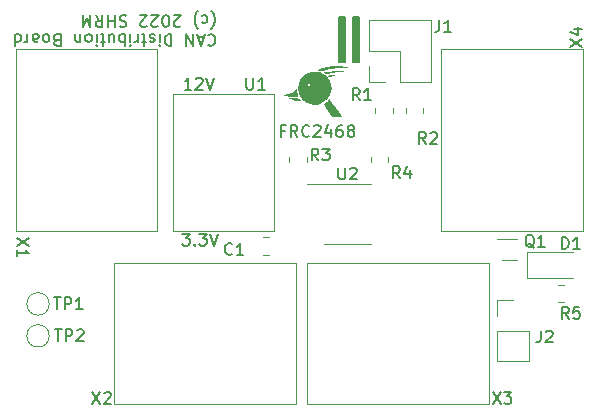
<source format=gbr>
%TF.GenerationSoftware,KiCad,Pcbnew,(6.0.8-1)-1*%
%TF.CreationDate,2022-12-26T00:28:58-06:00*%
%TF.ProjectId,CAN Distribution With Debug,43414e20-4469-4737-9472-69627574696f,rev?*%
%TF.SameCoordinates,Original*%
%TF.FileFunction,Legend,Top*%
%TF.FilePolarity,Positive*%
%FSLAX46Y46*%
G04 Gerber Fmt 4.6, Leading zero omitted, Abs format (unit mm)*
G04 Created by KiCad (PCBNEW (6.0.8-1)-1) date 2022-12-26 00:28:58*
%MOMM*%
%LPD*%
G01*
G04 APERTURE LIST*
%ADD10C,0.150000*%
%ADD11C,0.120000*%
G04 APERTURE END LIST*
D10*
X124100000Y-85900000D02*
X123600000Y-85900000D01*
X123600000Y-85900000D02*
X123600000Y-89700000D01*
X123600000Y-89700000D02*
X124100000Y-89700000D01*
X124100000Y-89700000D02*
X124100000Y-85900000D01*
G36*
X124100000Y-85900000D02*
G01*
X123600000Y-85900000D01*
X123600000Y-89700000D01*
X124100000Y-89700000D01*
X124100000Y-85900000D01*
G37*
X122900000Y-85900000D02*
X122400000Y-85900000D01*
X122400000Y-85900000D02*
X122400000Y-89700000D01*
X122400000Y-89700000D02*
X122900000Y-89700000D01*
X122900000Y-89700000D02*
X122900000Y-85900000D01*
G36*
X122900000Y-85900000D02*
G01*
X122400000Y-85900000D01*
X122400000Y-89700000D01*
X122900000Y-89700000D01*
X122900000Y-85900000D01*
G37*
X111292976Y-87447857D02*
X111340595Y-87400238D01*
X111483452Y-87352619D01*
X111578690Y-87352619D01*
X111721547Y-87400238D01*
X111816785Y-87495476D01*
X111864404Y-87590714D01*
X111912023Y-87781190D01*
X111912023Y-87924047D01*
X111864404Y-88114523D01*
X111816785Y-88209761D01*
X111721547Y-88305000D01*
X111578690Y-88352619D01*
X111483452Y-88352619D01*
X111340595Y-88305000D01*
X111292976Y-88257380D01*
X110912023Y-87638333D02*
X110435833Y-87638333D01*
X111007261Y-87352619D02*
X110673928Y-88352619D01*
X110340595Y-87352619D01*
X110007261Y-87352619D02*
X110007261Y-88352619D01*
X109435833Y-87352619D01*
X109435833Y-88352619D01*
X108197738Y-87352619D02*
X108197738Y-88352619D01*
X107959642Y-88352619D01*
X107816785Y-88305000D01*
X107721547Y-88209761D01*
X107673928Y-88114523D01*
X107626309Y-87924047D01*
X107626309Y-87781190D01*
X107673928Y-87590714D01*
X107721547Y-87495476D01*
X107816785Y-87400238D01*
X107959642Y-87352619D01*
X108197738Y-87352619D01*
X107197738Y-87352619D02*
X107197738Y-88019285D01*
X107197738Y-88352619D02*
X107245357Y-88305000D01*
X107197738Y-88257380D01*
X107150119Y-88305000D01*
X107197738Y-88352619D01*
X107197738Y-88257380D01*
X106769166Y-87400238D02*
X106673928Y-87352619D01*
X106483452Y-87352619D01*
X106388214Y-87400238D01*
X106340595Y-87495476D01*
X106340595Y-87543095D01*
X106388214Y-87638333D01*
X106483452Y-87685952D01*
X106626309Y-87685952D01*
X106721547Y-87733571D01*
X106769166Y-87828809D01*
X106769166Y-87876428D01*
X106721547Y-87971666D01*
X106626309Y-88019285D01*
X106483452Y-88019285D01*
X106388214Y-87971666D01*
X106054880Y-88019285D02*
X105673928Y-88019285D01*
X105912023Y-88352619D02*
X105912023Y-87495476D01*
X105864404Y-87400238D01*
X105769166Y-87352619D01*
X105673928Y-87352619D01*
X105340595Y-87352619D02*
X105340595Y-88019285D01*
X105340595Y-87828809D02*
X105292976Y-87924047D01*
X105245357Y-87971666D01*
X105150119Y-88019285D01*
X105054880Y-88019285D01*
X104721547Y-87352619D02*
X104721547Y-88019285D01*
X104721547Y-88352619D02*
X104769166Y-88305000D01*
X104721547Y-88257380D01*
X104673928Y-88305000D01*
X104721547Y-88352619D01*
X104721547Y-88257380D01*
X104245357Y-87352619D02*
X104245357Y-88352619D01*
X104245357Y-87971666D02*
X104150119Y-88019285D01*
X103959642Y-88019285D01*
X103864404Y-87971666D01*
X103816785Y-87924047D01*
X103769166Y-87828809D01*
X103769166Y-87543095D01*
X103816785Y-87447857D01*
X103864404Y-87400238D01*
X103959642Y-87352619D01*
X104150119Y-87352619D01*
X104245357Y-87400238D01*
X102912023Y-88019285D02*
X102912023Y-87352619D01*
X103340595Y-88019285D02*
X103340595Y-87495476D01*
X103292976Y-87400238D01*
X103197738Y-87352619D01*
X103054880Y-87352619D01*
X102959642Y-87400238D01*
X102912023Y-87447857D01*
X102578690Y-88019285D02*
X102197738Y-88019285D01*
X102435833Y-88352619D02*
X102435833Y-87495476D01*
X102388214Y-87400238D01*
X102292976Y-87352619D01*
X102197738Y-87352619D01*
X101864404Y-87352619D02*
X101864404Y-88019285D01*
X101864404Y-88352619D02*
X101912023Y-88305000D01*
X101864404Y-88257380D01*
X101816785Y-88305000D01*
X101864404Y-88352619D01*
X101864404Y-88257380D01*
X101245357Y-87352619D02*
X101340595Y-87400238D01*
X101388214Y-87447857D01*
X101435833Y-87543095D01*
X101435833Y-87828809D01*
X101388214Y-87924047D01*
X101340595Y-87971666D01*
X101245357Y-88019285D01*
X101102500Y-88019285D01*
X101007261Y-87971666D01*
X100959642Y-87924047D01*
X100912023Y-87828809D01*
X100912023Y-87543095D01*
X100959642Y-87447857D01*
X101007261Y-87400238D01*
X101102500Y-87352619D01*
X101245357Y-87352619D01*
X100483452Y-88019285D02*
X100483452Y-87352619D01*
X100483452Y-87924047D02*
X100435833Y-87971666D01*
X100340595Y-88019285D01*
X100197738Y-88019285D01*
X100102500Y-87971666D01*
X100054880Y-87876428D01*
X100054880Y-87352619D01*
X98483452Y-87876428D02*
X98340595Y-87828809D01*
X98292976Y-87781190D01*
X98245357Y-87685952D01*
X98245357Y-87543095D01*
X98292976Y-87447857D01*
X98340595Y-87400238D01*
X98435833Y-87352619D01*
X98816785Y-87352619D01*
X98816785Y-88352619D01*
X98483452Y-88352619D01*
X98388214Y-88305000D01*
X98340595Y-88257380D01*
X98292976Y-88162142D01*
X98292976Y-88066904D01*
X98340595Y-87971666D01*
X98388214Y-87924047D01*
X98483452Y-87876428D01*
X98816785Y-87876428D01*
X97673928Y-87352619D02*
X97769166Y-87400238D01*
X97816785Y-87447857D01*
X97864404Y-87543095D01*
X97864404Y-87828809D01*
X97816785Y-87924047D01*
X97769166Y-87971666D01*
X97673928Y-88019285D01*
X97531071Y-88019285D01*
X97435833Y-87971666D01*
X97388214Y-87924047D01*
X97340595Y-87828809D01*
X97340595Y-87543095D01*
X97388214Y-87447857D01*
X97435833Y-87400238D01*
X97531071Y-87352619D01*
X97673928Y-87352619D01*
X96483452Y-87352619D02*
X96483452Y-87876428D01*
X96531071Y-87971666D01*
X96626309Y-88019285D01*
X96816785Y-88019285D01*
X96912023Y-87971666D01*
X96483452Y-87400238D02*
X96578690Y-87352619D01*
X96816785Y-87352619D01*
X96912023Y-87400238D01*
X96959642Y-87495476D01*
X96959642Y-87590714D01*
X96912023Y-87685952D01*
X96816785Y-87733571D01*
X96578690Y-87733571D01*
X96483452Y-87781190D01*
X96007261Y-87352619D02*
X96007261Y-88019285D01*
X96007261Y-87828809D02*
X95959642Y-87924047D01*
X95912023Y-87971666D01*
X95816785Y-88019285D01*
X95721547Y-88019285D01*
X94959642Y-87352619D02*
X94959642Y-88352619D01*
X94959642Y-87400238D02*
X95054880Y-87352619D01*
X95245357Y-87352619D01*
X95340595Y-87400238D01*
X95388214Y-87447857D01*
X95435833Y-87543095D01*
X95435833Y-87828809D01*
X95388214Y-87924047D01*
X95340595Y-87971666D01*
X95245357Y-88019285D01*
X95054880Y-88019285D01*
X94959642Y-87971666D01*
X111578690Y-85361666D02*
X111626309Y-85409285D01*
X111721547Y-85552142D01*
X111769166Y-85647380D01*
X111816785Y-85790238D01*
X111864404Y-86028333D01*
X111864404Y-86218809D01*
X111816785Y-86456904D01*
X111769166Y-86599761D01*
X111721547Y-86695000D01*
X111626309Y-86837857D01*
X111578690Y-86885476D01*
X110769166Y-85790238D02*
X110864404Y-85742619D01*
X111054880Y-85742619D01*
X111150119Y-85790238D01*
X111197738Y-85837857D01*
X111245357Y-85933095D01*
X111245357Y-86218809D01*
X111197738Y-86314047D01*
X111150119Y-86361666D01*
X111054880Y-86409285D01*
X110864404Y-86409285D01*
X110769166Y-86361666D01*
X110435833Y-85361666D02*
X110388214Y-85409285D01*
X110292976Y-85552142D01*
X110245357Y-85647380D01*
X110197738Y-85790238D01*
X110150119Y-86028333D01*
X110150119Y-86218809D01*
X110197738Y-86456904D01*
X110245357Y-86599761D01*
X110292976Y-86695000D01*
X110388214Y-86837857D01*
X110435833Y-86885476D01*
X108959642Y-86647380D02*
X108912023Y-86695000D01*
X108816785Y-86742619D01*
X108578690Y-86742619D01*
X108483452Y-86695000D01*
X108435833Y-86647380D01*
X108388214Y-86552142D01*
X108388214Y-86456904D01*
X108435833Y-86314047D01*
X109007261Y-85742619D01*
X108388214Y-85742619D01*
X107769166Y-86742619D02*
X107673928Y-86742619D01*
X107578690Y-86695000D01*
X107531071Y-86647380D01*
X107483452Y-86552142D01*
X107435833Y-86361666D01*
X107435833Y-86123571D01*
X107483452Y-85933095D01*
X107531071Y-85837857D01*
X107578690Y-85790238D01*
X107673928Y-85742619D01*
X107769166Y-85742619D01*
X107864404Y-85790238D01*
X107912023Y-85837857D01*
X107959642Y-85933095D01*
X108007261Y-86123571D01*
X108007261Y-86361666D01*
X107959642Y-86552142D01*
X107912023Y-86647380D01*
X107864404Y-86695000D01*
X107769166Y-86742619D01*
X107054880Y-86647380D02*
X107007261Y-86695000D01*
X106912023Y-86742619D01*
X106673928Y-86742619D01*
X106578690Y-86695000D01*
X106531071Y-86647380D01*
X106483452Y-86552142D01*
X106483452Y-86456904D01*
X106531071Y-86314047D01*
X107102500Y-85742619D01*
X106483452Y-85742619D01*
X106102500Y-86647380D02*
X106054880Y-86695000D01*
X105959642Y-86742619D01*
X105721547Y-86742619D01*
X105626309Y-86695000D01*
X105578690Y-86647380D01*
X105531071Y-86552142D01*
X105531071Y-86456904D01*
X105578690Y-86314047D01*
X106150119Y-85742619D01*
X105531071Y-85742619D01*
X104388214Y-85790238D02*
X104245357Y-85742619D01*
X104007261Y-85742619D01*
X103912023Y-85790238D01*
X103864404Y-85837857D01*
X103816785Y-85933095D01*
X103816785Y-86028333D01*
X103864404Y-86123571D01*
X103912023Y-86171190D01*
X104007261Y-86218809D01*
X104197738Y-86266428D01*
X104292976Y-86314047D01*
X104340595Y-86361666D01*
X104388214Y-86456904D01*
X104388214Y-86552142D01*
X104340595Y-86647380D01*
X104292976Y-86695000D01*
X104197738Y-86742619D01*
X103959642Y-86742619D01*
X103816785Y-86695000D01*
X103388214Y-85742619D02*
X103388214Y-86742619D01*
X103388214Y-86266428D02*
X102816785Y-86266428D01*
X102816785Y-85742619D02*
X102816785Y-86742619D01*
X101769166Y-85742619D02*
X102102500Y-86218809D01*
X102340595Y-85742619D02*
X102340595Y-86742619D01*
X101959642Y-86742619D01*
X101864404Y-86695000D01*
X101816785Y-86647380D01*
X101769166Y-86552142D01*
X101769166Y-86409285D01*
X101816785Y-86314047D01*
X101864404Y-86266428D01*
X101959642Y-86218809D01*
X102340595Y-86218809D01*
X101340595Y-85742619D02*
X101340595Y-86742619D01*
X101007261Y-86028333D01*
X100673928Y-86742619D01*
X100673928Y-85742619D01*
X117768928Y-95528571D02*
X117435595Y-95528571D01*
X117435595Y-96052380D02*
X117435595Y-95052380D01*
X117911785Y-95052380D01*
X118864166Y-96052380D02*
X118530833Y-95576190D01*
X118292738Y-96052380D02*
X118292738Y-95052380D01*
X118673690Y-95052380D01*
X118768928Y-95100000D01*
X118816547Y-95147619D01*
X118864166Y-95242857D01*
X118864166Y-95385714D01*
X118816547Y-95480952D01*
X118768928Y-95528571D01*
X118673690Y-95576190D01*
X118292738Y-95576190D01*
X119864166Y-95957142D02*
X119816547Y-96004761D01*
X119673690Y-96052380D01*
X119578452Y-96052380D01*
X119435595Y-96004761D01*
X119340357Y-95909523D01*
X119292738Y-95814285D01*
X119245119Y-95623809D01*
X119245119Y-95480952D01*
X119292738Y-95290476D01*
X119340357Y-95195238D01*
X119435595Y-95100000D01*
X119578452Y-95052380D01*
X119673690Y-95052380D01*
X119816547Y-95100000D01*
X119864166Y-95147619D01*
X120245119Y-95147619D02*
X120292738Y-95100000D01*
X120387976Y-95052380D01*
X120626071Y-95052380D01*
X120721309Y-95100000D01*
X120768928Y-95147619D01*
X120816547Y-95242857D01*
X120816547Y-95338095D01*
X120768928Y-95480952D01*
X120197500Y-96052380D01*
X120816547Y-96052380D01*
X121673690Y-95385714D02*
X121673690Y-96052380D01*
X121435595Y-95004761D02*
X121197500Y-95719047D01*
X121816547Y-95719047D01*
X122626071Y-95052380D02*
X122435595Y-95052380D01*
X122340357Y-95100000D01*
X122292738Y-95147619D01*
X122197500Y-95290476D01*
X122149880Y-95480952D01*
X122149880Y-95861904D01*
X122197500Y-95957142D01*
X122245119Y-96004761D01*
X122340357Y-96052380D01*
X122530833Y-96052380D01*
X122626071Y-96004761D01*
X122673690Y-95957142D01*
X122721309Y-95861904D01*
X122721309Y-95623809D01*
X122673690Y-95528571D01*
X122626071Y-95480952D01*
X122530833Y-95433333D01*
X122340357Y-95433333D01*
X122245119Y-95480952D01*
X122197500Y-95528571D01*
X122149880Y-95623809D01*
X123292738Y-95480952D02*
X123197500Y-95433333D01*
X123149880Y-95385714D01*
X123102261Y-95290476D01*
X123102261Y-95242857D01*
X123149880Y-95147619D01*
X123197500Y-95100000D01*
X123292738Y-95052380D01*
X123483214Y-95052380D01*
X123578452Y-95100000D01*
X123626071Y-95147619D01*
X123673690Y-95242857D01*
X123673690Y-95290476D01*
X123626071Y-95385714D01*
X123578452Y-95433333D01*
X123483214Y-95480952D01*
X123292738Y-95480952D01*
X123197500Y-95528571D01*
X123149880Y-95576190D01*
X123102261Y-95671428D01*
X123102261Y-95861904D01*
X123149880Y-95957142D01*
X123197500Y-96004761D01*
X123292738Y-96052380D01*
X123483214Y-96052380D01*
X123578452Y-96004761D01*
X123626071Y-95957142D01*
X123673690Y-95861904D01*
X123673690Y-95671428D01*
X123626071Y-95576190D01*
X123578452Y-95528571D01*
X123483214Y-95480952D01*
%TO.C,C1*%
X113333333Y-105957142D02*
X113285714Y-106004761D01*
X113142857Y-106052380D01*
X113047619Y-106052380D01*
X112904761Y-106004761D01*
X112809523Y-105909523D01*
X112761904Y-105814285D01*
X112714285Y-105623809D01*
X112714285Y-105480952D01*
X112761904Y-105290476D01*
X112809523Y-105195238D01*
X112904761Y-105100000D01*
X113047619Y-105052380D01*
X113142857Y-105052380D01*
X113285714Y-105100000D01*
X113333333Y-105147619D01*
X114285714Y-106052380D02*
X113714285Y-106052380D01*
X114000000Y-106052380D02*
X114000000Y-105052380D01*
X113904761Y-105195238D01*
X113809523Y-105290476D01*
X113714285Y-105338095D01*
%TO.C,R5*%
X141833333Y-111452380D02*
X141500000Y-110976190D01*
X141261904Y-111452380D02*
X141261904Y-110452380D01*
X141642857Y-110452380D01*
X141738095Y-110500000D01*
X141785714Y-110547619D01*
X141833333Y-110642857D01*
X141833333Y-110785714D01*
X141785714Y-110880952D01*
X141738095Y-110928571D01*
X141642857Y-110976190D01*
X141261904Y-110976190D01*
X142738095Y-110452380D02*
X142261904Y-110452380D01*
X142214285Y-110928571D01*
X142261904Y-110880952D01*
X142357142Y-110833333D01*
X142595238Y-110833333D01*
X142690476Y-110880952D01*
X142738095Y-110928571D01*
X142785714Y-111023809D01*
X142785714Y-111261904D01*
X142738095Y-111357142D01*
X142690476Y-111404761D01*
X142595238Y-111452380D01*
X142357142Y-111452380D01*
X142261904Y-111404761D01*
X142214285Y-111357142D01*
%TO.C,R1*%
X124133333Y-92952380D02*
X123800000Y-92476190D01*
X123561904Y-92952380D02*
X123561904Y-91952380D01*
X123942857Y-91952380D01*
X124038095Y-92000000D01*
X124085714Y-92047619D01*
X124133333Y-92142857D01*
X124133333Y-92285714D01*
X124085714Y-92380952D01*
X124038095Y-92428571D01*
X123942857Y-92476190D01*
X123561904Y-92476190D01*
X125085714Y-92952380D02*
X124514285Y-92952380D01*
X124800000Y-92952380D02*
X124800000Y-91952380D01*
X124704761Y-92095238D01*
X124609523Y-92190476D01*
X124514285Y-92238095D01*
%TO.C,X3*%
X135390476Y-117652380D02*
X136057142Y-118652380D01*
X136057142Y-117652380D02*
X135390476Y-118652380D01*
X136342857Y-117652380D02*
X136961904Y-117652380D01*
X136628571Y-118033333D01*
X136771428Y-118033333D01*
X136866666Y-118080952D01*
X136914285Y-118128571D01*
X136961904Y-118223809D01*
X136961904Y-118461904D01*
X136914285Y-118557142D01*
X136866666Y-118604761D01*
X136771428Y-118652380D01*
X136485714Y-118652380D01*
X136390476Y-118604761D01*
X136342857Y-118557142D01*
%TO.C,X2*%
X101490476Y-117652380D02*
X102157142Y-118652380D01*
X102157142Y-117652380D02*
X101490476Y-118652380D01*
X102490476Y-117747619D02*
X102538095Y-117700000D01*
X102633333Y-117652380D01*
X102871428Y-117652380D01*
X102966666Y-117700000D01*
X103014285Y-117747619D01*
X103061904Y-117842857D01*
X103061904Y-117938095D01*
X103014285Y-118080952D01*
X102442857Y-118652380D01*
X103061904Y-118652380D01*
%TO.C,X1*%
X96147619Y-104590476D02*
X95147619Y-105257142D01*
X96147619Y-105257142D02*
X95147619Y-104590476D01*
X95147619Y-106161904D02*
X95147619Y-105590476D01*
X95147619Y-105876190D02*
X96147619Y-105876190D01*
X96004761Y-105780952D01*
X95909523Y-105685714D01*
X95861904Y-105590476D01*
%TO.C,U1*%
X114538095Y-91052380D02*
X114538095Y-91861904D01*
X114585714Y-91957142D01*
X114633333Y-92004761D01*
X114728571Y-92052380D01*
X114919047Y-92052380D01*
X115014285Y-92004761D01*
X115061904Y-91957142D01*
X115109523Y-91861904D01*
X115109523Y-91052380D01*
X116109523Y-92052380D02*
X115538095Y-92052380D01*
X115823809Y-92052380D02*
X115823809Y-91052380D01*
X115728571Y-91195238D01*
X115633333Y-91290476D01*
X115538095Y-91338095D01*
X109880952Y-92048380D02*
X109309523Y-92048380D01*
X109595238Y-92048380D02*
X109595238Y-91048380D01*
X109500000Y-91191238D01*
X109404761Y-91286476D01*
X109309523Y-91334095D01*
X110261904Y-91143619D02*
X110309523Y-91096000D01*
X110404761Y-91048380D01*
X110642857Y-91048380D01*
X110738095Y-91096000D01*
X110785714Y-91143619D01*
X110833333Y-91238857D01*
X110833333Y-91334095D01*
X110785714Y-91476952D01*
X110214285Y-92048380D01*
X110833333Y-92048380D01*
X111119047Y-91048380D02*
X111452380Y-92048380D01*
X111785714Y-91048380D01*
X109123809Y-104256380D02*
X109742857Y-104256380D01*
X109409523Y-104637333D01*
X109552380Y-104637333D01*
X109647619Y-104684952D01*
X109695238Y-104732571D01*
X109742857Y-104827809D01*
X109742857Y-105065904D01*
X109695238Y-105161142D01*
X109647619Y-105208761D01*
X109552380Y-105256380D01*
X109266666Y-105256380D01*
X109171428Y-105208761D01*
X109123809Y-105161142D01*
X110171428Y-105161142D02*
X110219047Y-105208761D01*
X110171428Y-105256380D01*
X110123809Y-105208761D01*
X110171428Y-105161142D01*
X110171428Y-105256380D01*
X110552380Y-104256380D02*
X111171428Y-104256380D01*
X110838095Y-104637333D01*
X110980952Y-104637333D01*
X111076190Y-104684952D01*
X111123809Y-104732571D01*
X111171428Y-104827809D01*
X111171428Y-105065904D01*
X111123809Y-105161142D01*
X111076190Y-105208761D01*
X110980952Y-105256380D01*
X110695238Y-105256380D01*
X110600000Y-105208761D01*
X110552380Y-105161142D01*
X111457142Y-104256380D02*
X111790476Y-105256380D01*
X112123809Y-104256380D01*
%TO.C,X4*%
X141952380Y-88409523D02*
X142952380Y-87742857D01*
X141952380Y-87742857D02*
X142952380Y-88409523D01*
X142285714Y-86933333D02*
X142952380Y-86933333D01*
X141904761Y-87171428D02*
X142619047Y-87409523D01*
X142619047Y-86790476D01*
%TO.C,R3*%
X120633333Y-98052380D02*
X120300000Y-97576190D01*
X120061904Y-98052380D02*
X120061904Y-97052380D01*
X120442857Y-97052380D01*
X120538095Y-97100000D01*
X120585714Y-97147619D01*
X120633333Y-97242857D01*
X120633333Y-97385714D01*
X120585714Y-97480952D01*
X120538095Y-97528571D01*
X120442857Y-97576190D01*
X120061904Y-97576190D01*
X120966666Y-97052380D02*
X121585714Y-97052380D01*
X121252380Y-97433333D01*
X121395238Y-97433333D01*
X121490476Y-97480952D01*
X121538095Y-97528571D01*
X121585714Y-97623809D01*
X121585714Y-97861904D01*
X121538095Y-97957142D01*
X121490476Y-98004761D01*
X121395238Y-98052380D01*
X121109523Y-98052380D01*
X121014285Y-98004761D01*
X120966666Y-97957142D01*
%TO.C,Q1*%
X138904761Y-105447619D02*
X138809523Y-105400000D01*
X138714285Y-105304761D01*
X138571428Y-105161904D01*
X138476190Y-105114285D01*
X138380952Y-105114285D01*
X138428571Y-105352380D02*
X138333333Y-105304761D01*
X138238095Y-105209523D01*
X138190476Y-105019047D01*
X138190476Y-104685714D01*
X138238095Y-104495238D01*
X138333333Y-104400000D01*
X138428571Y-104352380D01*
X138619047Y-104352380D01*
X138714285Y-104400000D01*
X138809523Y-104495238D01*
X138857142Y-104685714D01*
X138857142Y-105019047D01*
X138809523Y-105209523D01*
X138714285Y-105304761D01*
X138619047Y-105352380D01*
X138428571Y-105352380D01*
X139809523Y-105352380D02*
X139238095Y-105352380D01*
X139523809Y-105352380D02*
X139523809Y-104352380D01*
X139428571Y-104495238D01*
X139333333Y-104590476D01*
X139238095Y-104638095D01*
%TO.C,R4*%
X127533333Y-99552380D02*
X127200000Y-99076190D01*
X126961904Y-99552380D02*
X126961904Y-98552380D01*
X127342857Y-98552380D01*
X127438095Y-98600000D01*
X127485714Y-98647619D01*
X127533333Y-98742857D01*
X127533333Y-98885714D01*
X127485714Y-98980952D01*
X127438095Y-99028571D01*
X127342857Y-99076190D01*
X126961904Y-99076190D01*
X128390476Y-98885714D02*
X128390476Y-99552380D01*
X128152380Y-98504761D02*
X127914285Y-99219047D01*
X128533333Y-99219047D01*
%TO.C,TP1*%
X98238095Y-109652380D02*
X98809523Y-109652380D01*
X98523809Y-110652380D02*
X98523809Y-109652380D01*
X99142857Y-110652380D02*
X99142857Y-109652380D01*
X99523809Y-109652380D01*
X99619047Y-109700000D01*
X99666666Y-109747619D01*
X99714285Y-109842857D01*
X99714285Y-109985714D01*
X99666666Y-110080952D01*
X99619047Y-110128571D01*
X99523809Y-110176190D01*
X99142857Y-110176190D01*
X100666666Y-110652380D02*
X100095238Y-110652380D01*
X100380952Y-110652380D02*
X100380952Y-109652380D01*
X100285714Y-109795238D01*
X100190476Y-109890476D01*
X100095238Y-109938095D01*
%TO.C,U2*%
X122338095Y-98652380D02*
X122338095Y-99461904D01*
X122385714Y-99557142D01*
X122433333Y-99604761D01*
X122528571Y-99652380D01*
X122719047Y-99652380D01*
X122814285Y-99604761D01*
X122861904Y-99557142D01*
X122909523Y-99461904D01*
X122909523Y-98652380D01*
X123338095Y-98747619D02*
X123385714Y-98700000D01*
X123480952Y-98652380D01*
X123719047Y-98652380D01*
X123814285Y-98700000D01*
X123861904Y-98747619D01*
X123909523Y-98842857D01*
X123909523Y-98938095D01*
X123861904Y-99080952D01*
X123290476Y-99652380D01*
X123909523Y-99652380D01*
%TO.C,J1*%
X130866666Y-86152380D02*
X130866666Y-86866666D01*
X130819047Y-87009523D01*
X130723809Y-87104761D01*
X130580952Y-87152380D01*
X130485714Y-87152380D01*
X131866666Y-87152380D02*
X131295238Y-87152380D01*
X131580952Y-87152380D02*
X131580952Y-86152380D01*
X131485714Y-86295238D01*
X131390476Y-86390476D01*
X131295238Y-86438095D01*
%TO.C,R2*%
X129733333Y-96652380D02*
X129400000Y-96176190D01*
X129161904Y-96652380D02*
X129161904Y-95652380D01*
X129542857Y-95652380D01*
X129638095Y-95700000D01*
X129685714Y-95747619D01*
X129733333Y-95842857D01*
X129733333Y-95985714D01*
X129685714Y-96080952D01*
X129638095Y-96128571D01*
X129542857Y-96176190D01*
X129161904Y-96176190D01*
X130114285Y-95747619D02*
X130161904Y-95700000D01*
X130257142Y-95652380D01*
X130495238Y-95652380D01*
X130590476Y-95700000D01*
X130638095Y-95747619D01*
X130685714Y-95842857D01*
X130685714Y-95938095D01*
X130638095Y-96080952D01*
X130066666Y-96652380D01*
X130685714Y-96652380D01*
%TO.C,TP2*%
X98338095Y-112352380D02*
X98909523Y-112352380D01*
X98623809Y-113352380D02*
X98623809Y-112352380D01*
X99242857Y-113352380D02*
X99242857Y-112352380D01*
X99623809Y-112352380D01*
X99719047Y-112400000D01*
X99766666Y-112447619D01*
X99814285Y-112542857D01*
X99814285Y-112685714D01*
X99766666Y-112780952D01*
X99719047Y-112828571D01*
X99623809Y-112876190D01*
X99242857Y-112876190D01*
X100195238Y-112447619D02*
X100242857Y-112400000D01*
X100338095Y-112352380D01*
X100576190Y-112352380D01*
X100671428Y-112400000D01*
X100719047Y-112447619D01*
X100766666Y-112542857D01*
X100766666Y-112638095D01*
X100719047Y-112780952D01*
X100147619Y-113352380D01*
X100766666Y-113352380D01*
%TO.C,J2*%
X139466666Y-112452380D02*
X139466666Y-113166666D01*
X139419047Y-113309523D01*
X139323809Y-113404761D01*
X139180952Y-113452380D01*
X139085714Y-113452380D01*
X139895238Y-112547619D02*
X139942857Y-112500000D01*
X140038095Y-112452380D01*
X140276190Y-112452380D01*
X140371428Y-112500000D01*
X140419047Y-112547619D01*
X140466666Y-112642857D01*
X140466666Y-112738095D01*
X140419047Y-112880952D01*
X139847619Y-113452380D01*
X140466666Y-113452380D01*
%TO.C,D1*%
X141261904Y-105552380D02*
X141261904Y-104552380D01*
X141500000Y-104552380D01*
X141642857Y-104600000D01*
X141738095Y-104695238D01*
X141785714Y-104790476D01*
X141833333Y-104980952D01*
X141833333Y-105123809D01*
X141785714Y-105314285D01*
X141738095Y-105409523D01*
X141642857Y-105504761D01*
X141500000Y-105552380D01*
X141261904Y-105552380D01*
X142785714Y-105552380D02*
X142214285Y-105552380D01*
X142500000Y-105552380D02*
X142500000Y-104552380D01*
X142404761Y-104695238D01*
X142309523Y-104790476D01*
X142214285Y-104838095D01*
D11*
%TO.C,C1*%
X116461252Y-106035000D02*
X115938748Y-106035000D01*
X116461252Y-104565000D02*
X115938748Y-104565000D01*
%TO.C,R5*%
X140960436Y-108565000D02*
X141414564Y-108565000D01*
X140960436Y-110035000D02*
X141414564Y-110035000D01*
%TO.C,R1*%
X126935000Y-94027064D02*
X126935000Y-93572936D01*
X125465000Y-94027064D02*
X125465000Y-93572936D01*
%TO.C,X3*%
X119700000Y-118705000D02*
X135100000Y-118705000D01*
X135100000Y-118705000D02*
X135100000Y-106705000D01*
X135100000Y-106705000D02*
X119700000Y-106705000D01*
X119700000Y-106705000D02*
X119700000Y-118705000D01*
%TO.C,X2*%
X103350000Y-118705000D02*
X118750000Y-118705000D01*
X118750000Y-118705000D02*
X118750000Y-106705000D01*
X118750000Y-106705000D02*
X103350000Y-106705000D01*
X103350000Y-106705000D02*
X103350000Y-118705000D01*
%TO.C,X1*%
X95000000Y-88650000D02*
X107000000Y-88650000D01*
X107000000Y-88650000D02*
X107000000Y-104050000D01*
X107000000Y-104050000D02*
X95000000Y-104050000D01*
X95000000Y-104050000D02*
X95000000Y-88650000D01*
%TO.C,U1*%
X116850000Y-92400000D02*
X108350000Y-92400000D01*
X108350000Y-92400000D02*
X108350000Y-104000000D01*
X108350000Y-104000000D02*
X116850000Y-104000000D01*
X116850000Y-104000000D02*
X116850000Y-92400000D01*
%TO.C,G\u002A\u002A\u002A*%
G36*
X122613529Y-90487044D02*
G01*
X122727994Y-90491972D01*
X122795237Y-90501824D01*
X122808740Y-90514482D01*
X122768515Y-90532057D01*
X122685846Y-90543572D01*
X122615173Y-90546192D01*
X122483659Y-90552761D01*
X122303859Y-90571233D01*
X122089396Y-90599756D01*
X121853894Y-90636481D01*
X121610978Y-90679556D01*
X121555456Y-90690173D01*
X121421232Y-90715901D01*
X121333459Y-90729074D01*
X121276174Y-90728417D01*
X121233419Y-90712651D01*
X121189233Y-90680499D01*
X121162668Y-90658740D01*
X121070405Y-90583306D01*
X121210234Y-90566828D01*
X121415192Y-90545151D01*
X121632945Y-90526433D01*
X121854917Y-90510953D01*
X122072535Y-90498994D01*
X122277225Y-90490835D01*
X122460414Y-90486758D01*
X122613529Y-90487044D01*
G37*
G36*
X118242447Y-92752201D02*
G01*
X118312909Y-92763295D01*
X118429045Y-92775428D01*
X118573168Y-92786940D01*
X118690795Y-92794266D01*
X118846951Y-92803776D01*
X118953619Y-92814330D01*
X119024693Y-92829251D01*
X119074067Y-92851860D01*
X119115632Y-92885478D01*
X119129621Y-92899171D01*
X119179776Y-92962010D01*
X119197002Y-93010599D01*
X119194695Y-93018085D01*
X119152390Y-93036206D01*
X119065036Y-93045402D01*
X118950450Y-93045105D01*
X118826450Y-93034750D01*
X118797379Y-93030722D01*
X118621209Y-92992148D01*
X118453022Y-92934097D01*
X118314444Y-92864848D01*
X118257629Y-92824087D01*
X118147316Y-92729352D01*
X118242447Y-92752201D01*
G37*
G36*
X121873233Y-90847067D02*
G01*
X122010730Y-90852404D01*
X122131621Y-90861349D01*
X122219947Y-90873534D01*
X122258521Y-90887079D01*
X122269023Y-90909359D01*
X122238199Y-90921695D01*
X122156856Y-90926547D01*
X122109526Y-90926942D01*
X121969146Y-90930427D01*
X121809184Y-90939148D01*
X121711253Y-90946967D01*
X121580632Y-90954394D01*
X121504317Y-90946030D01*
X121478178Y-90928777D01*
X121469540Y-90881402D01*
X121476355Y-90869114D01*
X121520691Y-90856359D01*
X121612254Y-90848678D01*
X121735088Y-90845702D01*
X121873233Y-90847067D01*
G37*
G36*
X119180119Y-91106077D02*
G01*
X119366595Y-90890763D01*
X119595813Y-90716639D01*
X119722525Y-90648529D01*
X119977894Y-90559910D01*
X120249812Y-90522431D01*
X120525671Y-90534375D01*
X120792865Y-90594023D01*
X121038788Y-90699657D01*
X121250834Y-90849562D01*
X121260158Y-90858038D01*
X121469832Y-91090438D01*
X121621660Y-91346625D01*
X121714415Y-91622625D01*
X121746871Y-91914464D01*
X121717802Y-92218168D01*
X121702047Y-92290262D01*
X121608848Y-92547122D01*
X121464851Y-92776312D01*
X121278424Y-92972996D01*
X121057936Y-93132337D01*
X120811758Y-93249496D01*
X120548259Y-93319637D01*
X120275807Y-93337923D01*
X120002773Y-93299516D01*
X119970662Y-93290950D01*
X119675424Y-93179540D01*
X119426184Y-93025399D01*
X119224849Y-92831020D01*
X119073328Y-92598897D01*
X118973529Y-92331521D01*
X118927362Y-92031387D01*
X118924220Y-91923931D01*
X118954223Y-91630183D01*
X118957642Y-91619356D01*
X119727944Y-91619356D01*
X119734841Y-91683793D01*
X119746484Y-91700963D01*
X119806746Y-91743031D01*
X119843821Y-91751186D01*
X119909423Y-91728312D01*
X119941158Y-91700963D01*
X119962994Y-91636574D01*
X119934432Y-91578892D01*
X119867303Y-91546861D01*
X119843821Y-91545069D01*
X119768214Y-91566798D01*
X119727944Y-91619356D01*
X118957642Y-91619356D01*
X119041092Y-91355058D01*
X119180119Y-91106077D01*
G37*
G36*
X122327634Y-90075160D02*
G01*
X122649354Y-90095246D01*
X122928638Y-90131218D01*
X123068160Y-90155652D01*
X123182738Y-90177497D01*
X123259029Y-90194096D01*
X123283677Y-90201946D01*
X123261392Y-90206648D01*
X123190418Y-90206924D01*
X123085332Y-90202779D01*
X123068648Y-90201842D01*
X122826491Y-90198711D01*
X122540713Y-90213015D01*
X122228084Y-90242829D01*
X121905376Y-90286227D01*
X121589361Y-90341283D01*
X121302497Y-90404649D01*
X121188544Y-90432387D01*
X121086995Y-90455968D01*
X121043833Y-90465324D01*
X120964235Y-90484041D01*
X120916991Y-90498159D01*
X120855679Y-90496049D01*
X120826842Y-90482924D01*
X120759482Y-90459025D01*
X120693944Y-90451547D01*
X120614888Y-90443397D01*
X120591175Y-90421951D01*
X120616764Y-90389856D01*
X120685616Y-90349762D01*
X120791690Y-90304316D01*
X120928945Y-90256167D01*
X121091341Y-90207963D01*
X121272838Y-90162354D01*
X121429003Y-90129266D01*
X121696295Y-90092142D01*
X122002893Y-90074116D01*
X122327634Y-90075160D01*
G37*
G36*
X121587270Y-92853121D02*
G01*
X121608075Y-92904896D01*
X121643384Y-92950559D01*
X121729779Y-93044312D01*
X121814021Y-93144918D01*
X121904288Y-93263249D01*
X122008760Y-93410174D01*
X122135617Y-93596563D01*
X122184506Y-93669663D01*
X122284250Y-93817382D01*
X122373212Y-93945563D01*
X122444981Y-94045253D01*
X122493145Y-94107493D01*
X122509833Y-94124178D01*
X122537290Y-94160575D01*
X122539201Y-94175789D01*
X122561461Y-94228970D01*
X122586767Y-94256305D01*
X122626630Y-94302080D01*
X122634333Y-94323608D01*
X122604570Y-94333803D01*
X122523057Y-94342178D01*
X122401453Y-94347988D01*
X122251418Y-94350484D01*
X122214170Y-94350512D01*
X121794008Y-94349587D01*
X121651311Y-94154533D01*
X121580561Y-94056296D01*
X121524738Y-93975959D01*
X121494465Y-93928861D01*
X121492759Y-93925557D01*
X121467178Y-93880665D01*
X121419805Y-93804357D01*
X121389701Y-93757497D01*
X121339685Y-93677327D01*
X121308141Y-93620543D01*
X121302497Y-93605589D01*
X121285915Y-93571465D01*
X121246065Y-93508532D01*
X121197788Y-93438676D01*
X121155929Y-93383778D01*
X121141632Y-93368415D01*
X121116051Y-93327929D01*
X121103751Y-93299050D01*
X121107925Y-93254888D01*
X121158598Y-93205243D01*
X121222017Y-93164680D01*
X121326600Y-93089783D01*
X121432759Y-92993130D01*
X121473323Y-92948651D01*
X121534204Y-92882378D01*
X121575588Y-92849448D01*
X121587270Y-92853121D01*
G37*
G36*
X118793843Y-92001334D02*
G01*
X118814751Y-92071814D01*
X118827230Y-92163709D01*
X118828656Y-92201983D01*
X118841537Y-92292614D01*
X118871969Y-92390934D01*
X118872513Y-92392245D01*
X118914074Y-92499236D01*
X118949034Y-92599438D01*
X118982132Y-92702497D01*
X118691566Y-92698086D01*
X118523506Y-92691105D01*
X118343689Y-92676657D01*
X118186569Y-92657623D01*
X118163171Y-92653901D01*
X117970675Y-92618702D01*
X117809061Y-92583219D01*
X117686736Y-92549697D01*
X117612104Y-92520384D01*
X117592385Y-92501338D01*
X117615596Y-92486211D01*
X117637901Y-92491205D01*
X117720067Y-92500820D01*
X117840052Y-92487959D01*
X117983248Y-92457283D01*
X118135048Y-92413450D01*
X118280843Y-92361120D01*
X118406026Y-92304953D01*
X118495987Y-92249606D01*
X118534428Y-92205254D01*
X118570942Y-92166853D01*
X118586726Y-92163330D01*
X118626904Y-92139155D01*
X118678352Y-92079920D01*
X118686392Y-92068290D01*
X118733253Y-92005630D01*
X118766613Y-91974127D01*
X118769898Y-91973250D01*
X118793843Y-92001334D01*
G37*
G36*
X123934457Y-94320721D02*
G01*
X123908758Y-94347976D01*
X123886892Y-94351436D01*
X123844584Y-94344651D01*
X123839326Y-94338973D01*
X123864122Y-94318526D01*
X123886892Y-94308258D01*
X123927724Y-94307599D01*
X123934457Y-94320721D01*
G37*
%TO.C,X4*%
X143000000Y-104050000D02*
X131000000Y-104050000D01*
X131000000Y-104050000D02*
X131000000Y-88650000D01*
X131000000Y-88650000D02*
X143000000Y-88650000D01*
X143000000Y-88650000D02*
X143000000Y-104050000D01*
%TO.C,R3*%
X119635000Y-97760436D02*
X119635000Y-98214564D01*
X118165000Y-97760436D02*
X118165000Y-98214564D01*
%TO.C,Q1*%
X135800000Y-104700000D02*
X137450000Y-104700000D01*
X137450000Y-106500000D02*
X136150000Y-106500000D01*
%TO.C,R4*%
X126535000Y-97760436D02*
X126535000Y-98214564D01*
X125065000Y-97760436D02*
X125065000Y-98214564D01*
%TO.C,TP1*%
X97850000Y-110200000D02*
G75*
G03*
X97850000Y-110200000I-950000J0D01*
G01*
%TO.C,U2*%
X123100000Y-100040000D02*
X125050000Y-100040000D01*
X123100000Y-105160000D02*
X125050000Y-105160000D01*
X123100000Y-100040000D02*
X119650000Y-100040000D01*
X123100000Y-105160000D02*
X121150000Y-105160000D01*
%TO.C,J1*%
X130130000Y-91392500D02*
X130130000Y-86192500D01*
X124930000Y-91392500D02*
X124930000Y-90062500D01*
X127530000Y-91392500D02*
X127530000Y-88792500D01*
X124930000Y-88792500D02*
X124930000Y-86192500D01*
X127530000Y-91392500D02*
X130130000Y-91392500D01*
X127530000Y-88792500D02*
X124930000Y-88792500D01*
X126260000Y-91392500D02*
X124930000Y-91392500D01*
X124930000Y-86192500D02*
X130130000Y-86192500D01*
%TO.C,R2*%
X129535000Y-94027064D02*
X129535000Y-93572936D01*
X128065000Y-94027064D02*
X128065000Y-93572936D01*
%TO.C,TP2*%
X97850000Y-112900000D02*
G75*
G03*
X97850000Y-112900000I-950000J0D01*
G01*
%TO.C,J2*%
X135770000Y-112470000D02*
X138430000Y-112470000D01*
X135770000Y-109870000D02*
X137100000Y-109870000D01*
X135770000Y-111200000D02*
X135770000Y-109870000D01*
X135770000Y-112470000D02*
X135770000Y-115070000D01*
X138430000Y-112470000D02*
X138430000Y-115070000D01*
X135770000Y-115070000D02*
X138430000Y-115070000D01*
%TO.C,D1*%
X138315000Y-105765000D02*
X138315000Y-108035000D01*
X138315000Y-108035000D02*
X142200000Y-108035000D01*
X142200000Y-105765000D02*
X138315000Y-105765000D01*
%TD*%
M02*

</source>
